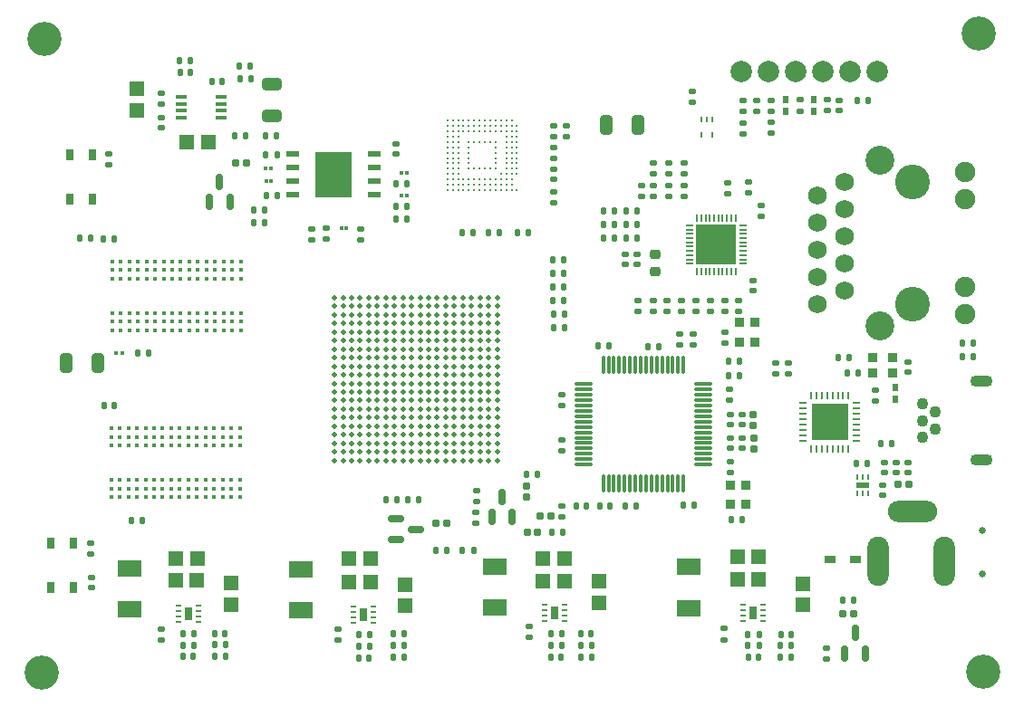
<source format=gbr>
%TF.GenerationSoftware,KiCad,Pcbnew,8.0.6*%
%TF.CreationDate,2025-01-12T20:29:37+06:00*%
%TF.ProjectId,zynq_soc_board_v1,7a796e71-5f73-46f6-935f-626f6172645f,rev?*%
%TF.SameCoordinates,Original*%
%TF.FileFunction,Soldermask,Top*%
%TF.FilePolarity,Negative*%
%FSLAX46Y46*%
G04 Gerber Fmt 4.6, Leading zero omitted, Abs format (unit mm)*
G04 Created by KiCad (PCBNEW 8.0.6) date 2025-01-12 20:29:37*
%MOMM*%
%LPD*%
G01*
G04 APERTURE LIST*
G04 Aperture macros list*
%AMRoundRect*
0 Rectangle with rounded corners*
0 $1 Rounding radius*
0 $2 $3 $4 $5 $6 $7 $8 $9 X,Y pos of 4 corners*
0 Add a 4 corners polygon primitive as box body*
4,1,4,$2,$3,$4,$5,$6,$7,$8,$9,$2,$3,0*
0 Add four circle primitives for the rounded corners*
1,1,$1+$1,$2,$3*
1,1,$1+$1,$4,$5*
1,1,$1+$1,$6,$7*
1,1,$1+$1,$8,$9*
0 Add four rect primitives between the rounded corners*
20,1,$1+$1,$2,$3,$4,$5,0*
20,1,$1+$1,$4,$5,$6,$7,0*
20,1,$1+$1,$6,$7,$8,$9,0*
20,1,$1+$1,$8,$9,$2,$3,0*%
G04 Aperture macros list end*
%ADD10R,2.300000X1.650000*%
%ADD11RoundRect,0.147500X0.172500X-0.147500X0.172500X0.147500X-0.172500X0.147500X-0.172500X-0.147500X0*%
%ADD12RoundRect,0.135000X0.135000X0.185000X-0.135000X0.185000X-0.135000X-0.185000X0.135000X-0.185000X0*%
%ADD13RoundRect,0.135000X-0.135000X-0.185000X0.135000X-0.185000X0.135000X0.185000X-0.135000X0.185000X0*%
%ADD14RoundRect,0.135000X-0.185000X0.135000X-0.185000X-0.135000X0.185000X-0.135000X0.185000X0.135000X0*%
%ADD15RoundRect,0.250000X0.325000X0.650000X-0.325000X0.650000X-0.325000X-0.650000X0.325000X-0.650000X0*%
%ADD16RoundRect,0.140000X0.170000X-0.140000X0.170000X0.140000X-0.170000X0.140000X-0.170000X-0.140000X0*%
%ADD17RoundRect,0.135000X0.185000X-0.135000X0.185000X0.135000X-0.185000X0.135000X-0.185000X-0.135000X0*%
%ADD18RoundRect,0.140000X-0.140000X-0.170000X0.140000X-0.170000X0.140000X0.170000X-0.140000X0.170000X0*%
%ADD19O,0.800000X0.200000*%
%ADD20O,0.200000X0.800000*%
%ADD21R,3.800000X3.800000*%
%ADD22RoundRect,0.150000X0.150000X-0.587500X0.150000X0.587500X-0.150000X0.587500X-0.150000X-0.587500X0*%
%ADD23RoundRect,0.075000X-0.225000X-0.275000X0.225000X-0.275000X0.225000X0.275000X-0.225000X0.275000X0*%
%ADD24RoundRect,0.140000X0.140000X0.170000X-0.140000X0.170000X-0.140000X-0.170000X0.140000X-0.170000X0*%
%ADD25R,0.540000X0.790000*%
%ADD26R,1.350000X1.410000*%
%ADD27C,0.250000*%
%ADD28R,0.650000X1.050000*%
%ADD29R,0.510000X0.280000*%
%ADD30R,0.800000X1.200000*%
%ADD31R,1.200000X0.600000*%
%ADD32R,3.400000X4.300000*%
%ADD33R,1.410000X1.350000*%
%ADD34R,0.280000X0.580000*%
%ADD35RoundRect,0.150000X-0.587500X-0.150000X0.587500X-0.150000X0.587500X0.150000X-0.587500X0.150000X0*%
%ADD36RoundRect,0.075000X-0.275000X0.225000X-0.275000X-0.225000X0.275000X-0.225000X0.275000X0.225000X0*%
%ADD37RoundRect,0.075000X0.225000X0.275000X-0.225000X0.275000X-0.225000X-0.275000X0.225000X-0.275000X0*%
%ADD38R,0.300000X0.320000*%
%ADD39C,3.200000*%
%ADD40R,0.800000X0.280000*%
%ADD41R,0.280000X0.800000*%
%ADD42R,3.400000X3.400000*%
%ADD43R,1.200000X0.500000*%
%ADD44C,0.390000*%
%ADD45RoundRect,0.040000X0.360000X-0.410000X0.360000X0.410000X-0.360000X0.410000X-0.360000X-0.410000X0*%
%ADD46RoundRect,0.140000X-0.170000X0.140000X-0.170000X-0.140000X0.170000X-0.140000X0.170000X0.140000X0*%
%ADD47O,1.100000X0.400000*%
%ADD48C,2.000000*%
%ADD49RoundRect,0.040000X0.410000X0.360000X-0.410000X0.360000X-0.410000X-0.360000X0.410000X-0.360000X0*%
%ADD50C,3.250000*%
%ADD51C,1.750000*%
%ADD52C,1.900000*%
%ADD53C,2.700000*%
%ADD54C,1.100000*%
%ADD55O,2.100000X1.100000*%
%ADD56RoundRect,0.250000X0.650000X-0.325000X0.650000X0.325000X-0.650000X0.325000X-0.650000X-0.325000X0*%
%ADD57O,2.000000X4.600000*%
%ADD58O,4.600000X2.000000*%
%ADD59R,1.000000X0.750000*%
%ADD60RoundRect,0.250000X-0.325000X-0.650000X0.325000X-0.650000X0.325000X0.650000X-0.325000X0.650000X0*%
%ADD61RoundRect,0.218750X0.256250X-0.218750X0.256250X0.218750X-0.256250X0.218750X-0.256250X-0.218750X0*%
%ADD62R,0.370000X0.320000*%
%ADD63C,0.500000*%
%ADD64O,1.800000X0.280000*%
%ADD65O,0.280000X1.800000*%
%ADD66C,0.650000*%
G04 APERTURE END LIST*
D10*
%TO.C,L100*%
X140510000Y-115140000D03*
X140510000Y-111280000D03*
%TD*%
D11*
%TO.C,D303*%
X190780000Y-68410000D03*
X190780000Y-67440000D03*
%TD*%
D12*
%TO.C,R406*%
X165050000Y-84870000D03*
X164030000Y-84870000D03*
%TD*%
D13*
%TO.C,R900*%
X190670000Y-91490000D03*
X191690000Y-91490000D03*
%TD*%
D12*
%TO.C,R904*%
X195680000Y-99560000D03*
X194660000Y-99560000D03*
%TD*%
D10*
%TO.C,L101*%
X158610000Y-114890000D03*
X158610000Y-111030000D03*
%TD*%
D14*
%TO.C,R300*%
X184440000Y-69500000D03*
X184440000Y-70520000D03*
%TD*%
D13*
%TO.C,R124*%
X191130000Y-114150000D03*
X192150000Y-114150000D03*
%TD*%
D14*
%TO.C,R813*%
X172010000Y-86180000D03*
X172010000Y-87200000D03*
%TD*%
D13*
%TO.C,R806*%
X168730000Y-80280000D03*
X169750000Y-80280000D03*
%TD*%
D14*
%TO.C,R902*%
X194120000Y-94550000D03*
X194120000Y-95570000D03*
%TD*%
D15*
%TO.C,C230*%
X121500000Y-92000000D03*
X118550000Y-92000000D03*
%TD*%
D16*
%TO.C,C304*%
X180570000Y-97770000D03*
X180570000Y-96810000D03*
%TD*%
D17*
%TO.C,R808*%
X173440000Y-76420000D03*
X173440000Y-75400000D03*
%TD*%
%TO.C,R306*%
X187150000Y-68425000D03*
X187150000Y-67405000D03*
%TD*%
%TO.C,R810*%
X176300000Y-76450000D03*
X176300000Y-75430000D03*
%TD*%
D18*
%TO.C,C115*%
X132450000Y-117320000D03*
X133410000Y-117320000D03*
%TD*%
D19*
%TO.C,U800*%
X181790000Y-82720000D03*
X181790000Y-82320000D03*
X181790000Y-81920000D03*
X181790000Y-81520000D03*
X181790000Y-81120000D03*
X181790000Y-80720000D03*
X181790000Y-80320000D03*
X181790000Y-79920000D03*
X181790000Y-79520000D03*
X181790000Y-79120000D03*
D20*
X181090000Y-78420000D03*
X180690000Y-78420000D03*
X180290000Y-78420000D03*
X179890000Y-78420000D03*
X179490000Y-78420000D03*
X179090000Y-78420000D03*
X178690000Y-78420000D03*
X178290000Y-78420000D03*
X177890000Y-78420000D03*
X177490000Y-78420000D03*
D19*
X176790000Y-79120000D03*
X176790000Y-79520000D03*
X176790000Y-79920000D03*
X176790000Y-80320000D03*
X176790000Y-80720000D03*
X176790000Y-81120000D03*
X176790000Y-81520000D03*
X176790000Y-81920000D03*
X176790000Y-82320000D03*
X176790000Y-82720000D03*
D20*
X177490000Y-83420000D03*
X177890000Y-83420000D03*
X178290000Y-83420000D03*
X178690000Y-83420000D03*
X179090000Y-83420000D03*
X179490000Y-83420000D03*
X179890000Y-83420000D03*
X180290000Y-83420000D03*
X180690000Y-83420000D03*
X181090000Y-83420000D03*
D21*
X179290000Y-80920000D03*
%TD*%
D12*
%TO.C,R811*%
X171900000Y-79080000D03*
X170880000Y-79080000D03*
%TD*%
D22*
%TO.C,Q500*%
X158320000Y-106390000D03*
X160220000Y-106390000D03*
X159270000Y-104515000D03*
%TD*%
D18*
%TO.C,C116*%
X129470000Y-119470000D03*
X130430000Y-119470000D03*
%TD*%
D23*
%TO.C,D300*%
X153130000Y-107020000D03*
X154130000Y-107020000D03*
%TD*%
D18*
%TO.C,C125*%
X129200000Y-64800000D03*
X130160000Y-64800000D03*
%TD*%
D14*
%TO.C,R816*%
X178740000Y-86140000D03*
X178740000Y-87160000D03*
%TD*%
D16*
%TO.C,C808*%
X183470000Y-78260000D03*
X183470000Y-77300000D03*
%TD*%
D13*
%TO.C,R118*%
X185290000Y-119510000D03*
X186310000Y-119510000D03*
%TD*%
D14*
%TO.C,R336*%
X164830000Y-105350000D03*
X164830000Y-106370000D03*
%TD*%
D24*
%TO.C,C702*%
X123020000Y-80370000D03*
X122060000Y-80370000D03*
%TD*%
D12*
%TO.C,R106*%
X146900000Y-118520000D03*
X145880000Y-118520000D03*
%TD*%
D24*
%TO.C,C310*%
X173890000Y-90450000D03*
X172930000Y-90450000D03*
%TD*%
D17*
%TO.C,R425*%
X164140000Y-70800000D03*
X164140000Y-69780000D03*
%TD*%
D16*
%TO.C,C905*%
X196090000Y-102240000D03*
X196090000Y-101280000D03*
%TD*%
D25*
%TO.C,D301*%
X185740000Y-68480000D03*
X185740000Y-67380000D03*
%TD*%
D26*
%TO.C,C114*%
X133950000Y-114590000D03*
X133950000Y-112590000D03*
%TD*%
D14*
%TO.C,R817*%
X177410000Y-86150000D03*
X177410000Y-87170000D03*
%TD*%
%TO.C,R426*%
X165320000Y-69780000D03*
X165320000Y-70800000D03*
%TD*%
D12*
%TO.C,R807*%
X171930000Y-77810000D03*
X170910000Y-77810000D03*
%TD*%
D27*
%TO.C,U403*%
X160670000Y-75830000D03*
X160170000Y-75830000D03*
X159670000Y-75830000D03*
X159170000Y-75830000D03*
X158670000Y-75830000D03*
X158170000Y-75830000D03*
X157670000Y-75830000D03*
X157170000Y-75830000D03*
X156670000Y-75830000D03*
X156170000Y-75830000D03*
X155670000Y-75830000D03*
X155170000Y-75830000D03*
X154670000Y-75830000D03*
X154170000Y-75830000D03*
X160170000Y-75330000D03*
X159670000Y-75330000D03*
X159170000Y-75330000D03*
X158670000Y-75330000D03*
X158170000Y-75330000D03*
X157670000Y-75330000D03*
X157170000Y-75330000D03*
X156670000Y-75330000D03*
X156170000Y-75330000D03*
X155670000Y-75330000D03*
X155170000Y-75330000D03*
X154670000Y-75330000D03*
X154170000Y-75330000D03*
X160170000Y-74830000D03*
X159670000Y-74830000D03*
X159170000Y-74830000D03*
X158670000Y-74830000D03*
X158170000Y-74830000D03*
X157670000Y-74830000D03*
X157170000Y-74830000D03*
X156670000Y-74830000D03*
X156170000Y-74830000D03*
X155670000Y-74830000D03*
X155170000Y-74830000D03*
X154670000Y-74830000D03*
X154170000Y-74830000D03*
X160670000Y-74330000D03*
X160170000Y-74330000D03*
X159670000Y-74330000D03*
X159170000Y-74330000D03*
X155170000Y-74330000D03*
X154670000Y-74330000D03*
X154170000Y-74330000D03*
X160670000Y-73830000D03*
X160170000Y-73830000D03*
X159670000Y-73830000D03*
X158670000Y-73830000D03*
X158170000Y-73830000D03*
X157670000Y-73830000D03*
X157170000Y-73830000D03*
X156670000Y-73830000D03*
X156170000Y-73830000D03*
X155170000Y-73830000D03*
X154670000Y-73830000D03*
X154170000Y-73830000D03*
X160670000Y-73330000D03*
X160170000Y-73330000D03*
X159670000Y-73330000D03*
X158670000Y-73330000D03*
X156170000Y-73330000D03*
X155170000Y-73330000D03*
X154670000Y-73330000D03*
X154170000Y-73330000D03*
X160670000Y-72830000D03*
X160170000Y-72830000D03*
X159670000Y-72830000D03*
X158670000Y-72830000D03*
X156170000Y-72830000D03*
X155170000Y-72830000D03*
X154670000Y-72830000D03*
X154170000Y-72830000D03*
X160670000Y-72330000D03*
X160170000Y-72330000D03*
X159670000Y-72330000D03*
X158670000Y-72330000D03*
X156170000Y-72330000D03*
X155170000Y-72330000D03*
X154670000Y-72330000D03*
X154170000Y-72330000D03*
X160670000Y-71830000D03*
X160170000Y-71830000D03*
X159670000Y-71830000D03*
X158670000Y-71830000D03*
X156170000Y-71830000D03*
X155170000Y-71830000D03*
X154670000Y-71830000D03*
X154170000Y-71830000D03*
X160670000Y-71330000D03*
X160170000Y-71330000D03*
X159670000Y-71330000D03*
X158670000Y-71330000D03*
X158170000Y-71330000D03*
X157670000Y-71330000D03*
X157170000Y-71330000D03*
X156670000Y-71330000D03*
X156170000Y-71330000D03*
X155170000Y-71330000D03*
X154670000Y-71330000D03*
X154170000Y-71330000D03*
X160670000Y-70830000D03*
X160170000Y-70830000D03*
X159670000Y-70830000D03*
X155170000Y-70830000D03*
X154670000Y-70830000D03*
X154170000Y-70830000D03*
X160670000Y-70330000D03*
X160170000Y-70330000D03*
X159670000Y-70330000D03*
X159170000Y-70330000D03*
X158670000Y-70330000D03*
X158170000Y-70330000D03*
X157670000Y-70330000D03*
X157170000Y-70330000D03*
X156670000Y-70330000D03*
X156170000Y-70330000D03*
X155670000Y-70330000D03*
X155170000Y-70330000D03*
X154670000Y-70330000D03*
X154170000Y-70330000D03*
X160670000Y-69830000D03*
X160170000Y-69830000D03*
X159670000Y-69830000D03*
X159170000Y-69830000D03*
X158670000Y-69830000D03*
X158170000Y-69830000D03*
X157670000Y-69830000D03*
X157170000Y-69830000D03*
X156670000Y-69830000D03*
X156170000Y-69830000D03*
X155670000Y-69830000D03*
X155170000Y-69830000D03*
X154670000Y-69830000D03*
X154170000Y-69830000D03*
X160170000Y-69330000D03*
X159670000Y-69330000D03*
X159170000Y-69330000D03*
X158670000Y-69330000D03*
X158170000Y-69330000D03*
X157670000Y-69330000D03*
X157170000Y-69330000D03*
X156670000Y-69330000D03*
X156170000Y-69330000D03*
X155670000Y-69330000D03*
X155170000Y-69330000D03*
X154670000Y-69330000D03*
X154170000Y-69330000D03*
%TD*%
D28*
%TO.C,SW400*%
X119240000Y-108835000D03*
X119240000Y-112985000D03*
X117090000Y-108835000D03*
X117090000Y-112985000D03*
%TD*%
D12*
%TO.C,R127*%
X130170000Y-63730000D03*
X129150000Y-63730000D03*
%TD*%
D29*
%TO.C,U102*%
X165140000Y-116110000D03*
X165140000Y-115610000D03*
X165140000Y-115110000D03*
X165140000Y-114610000D03*
X163280000Y-114610000D03*
X163280000Y-115110000D03*
X163280000Y-115610000D03*
X163280000Y-116110000D03*
D30*
X164210000Y-115360000D03*
%TD*%
D31*
%TO.C,U402*%
X139700000Y-72460000D03*
X139700000Y-73730000D03*
X139700000Y-75000000D03*
X139700000Y-76270000D03*
X147300000Y-76270000D03*
X147300000Y-75000000D03*
X147300000Y-73730000D03*
X147300000Y-72460000D03*
D32*
X143500000Y-74370000D03*
%TD*%
D12*
%TO.C,R317*%
X150370000Y-78570000D03*
X149350000Y-78570000D03*
%TD*%
D13*
%TO.C,R503*%
X161600000Y-102430000D03*
X162620000Y-102430000D03*
%TD*%
D24*
%TO.C,C300*%
X193440000Y-67410000D03*
X192480000Y-67410000D03*
%TD*%
D16*
%TO.C,C126*%
X127400000Y-67750000D03*
X127400000Y-66790000D03*
%TD*%
%TO.C,C906*%
X197230000Y-102250000D03*
X197230000Y-101290000D03*
%TD*%
D33*
%TO.C,C122*%
X181270000Y-112240000D03*
X183270000Y-112240000D03*
%TD*%
D17*
%TO.C,R123*%
X189600000Y-119710000D03*
X189600000Y-118690000D03*
%TD*%
D12*
%TO.C,R823*%
X203300000Y-91370000D03*
X202280000Y-91370000D03*
%TD*%
D34*
%TO.C,U401*%
X178887500Y-69255000D03*
X178387500Y-69255000D03*
X177887500Y-69255000D03*
X177887500Y-70695000D03*
X178887500Y-70695000D03*
%TD*%
D12*
%TO.C,R114*%
X133450000Y-118350000D03*
X132430000Y-118350000D03*
%TD*%
D14*
%TO.C,R332*%
X175900000Y-89300000D03*
X175900000Y-90320000D03*
%TD*%
%TO.C,R322*%
X186050000Y-91990000D03*
X186050000Y-93010000D03*
%TD*%
D17*
%TO.C,R804*%
X176300000Y-74290000D03*
X176300000Y-73270000D03*
%TD*%
D12*
%TO.C,R126*%
X135800000Y-65420000D03*
X134780000Y-65420000D03*
%TD*%
D35*
%TO.C,Q300*%
X149345000Y-106600000D03*
X149345000Y-108500000D03*
X151220000Y-107550000D03*
%TD*%
D14*
%TO.C,R320*%
X142830000Y-79420000D03*
X142830000Y-80440000D03*
%TD*%
D16*
%TO.C,C306*%
X180580000Y-99990000D03*
X180580000Y-99030000D03*
%TD*%
D17*
%TO.C,R501*%
X156880000Y-104960000D03*
X156880000Y-103940000D03*
%TD*%
%TO.C,R416*%
X177080000Y-67590000D03*
X177080000Y-66570000D03*
%TD*%
D33*
%TO.C,C117*%
X128800000Y-110280000D03*
X130800000Y-110280000D03*
%TD*%
D18*
%TO.C,C318*%
X180730000Y-106640000D03*
X181690000Y-106640000D03*
%TD*%
D29*
%TO.C,U104*%
X183640000Y-116130000D03*
X183640000Y-115630000D03*
X183640000Y-115130000D03*
X183640000Y-114630000D03*
X181780000Y-114630000D03*
X181780000Y-115130000D03*
X181780000Y-115630000D03*
X181780000Y-116130000D03*
D30*
X182710000Y-115380000D03*
%TD*%
D14*
%TO.C,R338*%
X180590000Y-101240000D03*
X180590000Y-102260000D03*
%TD*%
D13*
%TO.C,R337*%
X163930000Y-107870000D03*
X164950000Y-107870000D03*
%TD*%
D17*
%TO.C,R814*%
X180350000Y-76210000D03*
X180350000Y-75190000D03*
%TD*%
D14*
%TO.C,R402*%
X120870000Y-108810000D03*
X120870000Y-109830000D03*
%TD*%
D36*
%TO.C,FB301*%
X182750000Y-96810000D03*
X182750000Y-97810000D03*
%TD*%
D17*
%TO.C,R115*%
X127470000Y-117890000D03*
X127470000Y-116870000D03*
%TD*%
D37*
%TO.C,D400*%
X135360000Y-73300000D03*
X134360000Y-73300000D03*
%TD*%
D13*
%TO.C,R309*%
X153100000Y-109560000D03*
X154120000Y-109560000D03*
%TD*%
%TO.C,R302*%
X150470000Y-104800000D03*
X151490000Y-104800000D03*
%TD*%
%TO.C,R112*%
X163820000Y-117350000D03*
X164840000Y-117350000D03*
%TD*%
D16*
%TO.C,C305*%
X181730000Y-100000000D03*
X181730000Y-99040000D03*
%TD*%
D17*
%TO.C,R305*%
X184420000Y-68440000D03*
X184420000Y-67420000D03*
%TD*%
%TO.C,R105*%
X143980000Y-117880000D03*
X143980000Y-116860000D03*
%TD*%
D33*
%TO.C,C127*%
X129840000Y-71380000D03*
X131840000Y-71380000D03*
%TD*%
D38*
%TO.C,R319*%
X144270000Y-79410000D03*
X144750000Y-79410000D03*
%TD*%
D13*
%TO.C,R701*%
X124680000Y-106700000D03*
X125700000Y-106700000D03*
%TD*%
D39*
%TO.C,H3*%
X116250000Y-121000000D03*
%TD*%
D29*
%TO.C,U101*%
X147270000Y-116290000D03*
X147270000Y-115790000D03*
X147270000Y-115290000D03*
X147270000Y-114790000D03*
X145410000Y-114790000D03*
X145410000Y-115290000D03*
X145410000Y-115790000D03*
X145410000Y-116290000D03*
D30*
X146340000Y-115540000D03*
%TD*%
D39*
%TO.C,H1*%
X203800000Y-61200000D03*
%TD*%
%TO.C,H4*%
X204200000Y-120900000D03*
%TD*%
D40*
%TO.C,U900*%
X187400000Y-95760000D03*
X187400000Y-96260000D03*
X187400000Y-96760000D03*
X187400000Y-97260000D03*
X187400000Y-97760000D03*
X187400000Y-98260000D03*
X187400000Y-98760000D03*
X187400000Y-99260000D03*
D41*
X188150000Y-100010000D03*
X188650000Y-100010000D03*
X189150000Y-100010000D03*
X189650000Y-100010000D03*
X190150000Y-100010000D03*
X190650000Y-100010000D03*
X191150000Y-100010000D03*
X191650000Y-100010000D03*
D40*
X192400000Y-99260000D03*
X192400000Y-98760000D03*
X192400000Y-98260000D03*
X192400000Y-97760000D03*
X192400000Y-97260000D03*
X192400000Y-96760000D03*
X192400000Y-96260000D03*
X192400000Y-95760000D03*
D41*
X191650000Y-95010000D03*
X191150000Y-95010000D03*
X190650000Y-95010000D03*
X190150000Y-95010000D03*
X189650000Y-95010000D03*
X189150000Y-95010000D03*
X188650000Y-95010000D03*
X188150000Y-95010000D03*
D42*
X189900000Y-97510000D03*
%TD*%
D33*
%TO.C,C107*%
X144980000Y-110310000D03*
X146980000Y-110310000D03*
%TD*%
D13*
%TO.C,R625*%
X119840000Y-80340000D03*
X120860000Y-80340000D03*
%TD*%
D24*
%TO.C,C724*%
X123060000Y-96000000D03*
X122100000Y-96000000D03*
%TD*%
D34*
%TO.C,U901*%
X193460000Y-102640000D03*
X192960000Y-102640000D03*
X192460000Y-102640000D03*
X192460000Y-104180000D03*
X192960000Y-104180000D03*
X193460000Y-104180000D03*
D43*
X192960000Y-103410000D03*
%TD*%
D16*
%TO.C,C907*%
X194820000Y-104360000D03*
X194820000Y-103400000D03*
%TD*%
D14*
%TO.C,R815*%
X180070000Y-86130000D03*
X180070000Y-87150000D03*
%TD*%
D44*
%TO.C,U701*%
X134765900Y-98130000D03*
X134765900Y-98930000D03*
X134765900Y-99730000D03*
X134765900Y-102930000D03*
X134765900Y-103730000D03*
X134765900Y-104530000D03*
X133965900Y-98130000D03*
X133965900Y-98930000D03*
X133965900Y-99730000D03*
X133965900Y-102930000D03*
X133965900Y-103730000D03*
X133965900Y-104530000D03*
X133165900Y-98130000D03*
X133165900Y-98930000D03*
X133165900Y-99730000D03*
X133165900Y-102930000D03*
X133165900Y-103730000D03*
X133165900Y-104530000D03*
X132365900Y-98130000D03*
X132365900Y-98930000D03*
X132365900Y-99730000D03*
X132365900Y-102930000D03*
X132365900Y-103730000D03*
X132365900Y-104530000D03*
X131565900Y-98130000D03*
X131565900Y-98930000D03*
X131565900Y-99730000D03*
X131565900Y-102930000D03*
X131565900Y-103730000D03*
X131565900Y-104530000D03*
X130765900Y-98130000D03*
X130765900Y-98930000D03*
X130765900Y-99730000D03*
X130765900Y-102930000D03*
X130765900Y-103730000D03*
X130765900Y-104530000D03*
X129965900Y-98130000D03*
X129965900Y-98930000D03*
X129965900Y-99730000D03*
X129965900Y-102930000D03*
X129965900Y-103730000D03*
X129965900Y-104530000D03*
X129165900Y-98130000D03*
X129165900Y-98930000D03*
X129165900Y-99730000D03*
X129165900Y-102930000D03*
X129165900Y-103730000D03*
X129165900Y-104530000D03*
X128365900Y-98130000D03*
X128365900Y-98930000D03*
X128365900Y-99730000D03*
X128365900Y-102930000D03*
X128365900Y-103730000D03*
X128365900Y-104530000D03*
X127565900Y-98130000D03*
X127565900Y-98930000D03*
X127565900Y-99730000D03*
X127565900Y-102930000D03*
X127565900Y-103730000D03*
X127565900Y-104530000D03*
X126765900Y-98130000D03*
X126765900Y-98930000D03*
X126765900Y-99730000D03*
X126765900Y-102930000D03*
X126765900Y-103730000D03*
X126765900Y-104530000D03*
X125965900Y-98130000D03*
X125965900Y-98930000D03*
X125965900Y-99730000D03*
X125965900Y-102930000D03*
X125965900Y-103730000D03*
X125965900Y-104530000D03*
X125165900Y-98130000D03*
X125165900Y-98930000D03*
X125165900Y-99730000D03*
X125165900Y-102930000D03*
X125165900Y-103730000D03*
X125165900Y-104530000D03*
X124365900Y-98130000D03*
X124365900Y-98930000D03*
X124365900Y-99730000D03*
X124365900Y-102930000D03*
X124365900Y-103730000D03*
X124365900Y-104530000D03*
X123565900Y-98130000D03*
X123565900Y-98930000D03*
X123565900Y-99730000D03*
X123565900Y-102930000D03*
X123565900Y-103730000D03*
X123565900Y-104530000D03*
X122765900Y-98130000D03*
X122765900Y-98930000D03*
X122765900Y-99730000D03*
X122765900Y-102930000D03*
X122765900Y-103730000D03*
X122765900Y-104530000D03*
%TD*%
D12*
%TO.C,R315*%
X138260000Y-76330000D03*
X137240000Y-76330000D03*
%TD*%
%TO.C,R408*%
X165070000Y-83600000D03*
X164050000Y-83600000D03*
%TD*%
D36*
%TO.C,FB302*%
X182780000Y-99020000D03*
X182780000Y-100020000D03*
%TD*%
D18*
%TO.C,C111*%
X163860000Y-119530000D03*
X164820000Y-119530000D03*
%TD*%
D12*
%TO.C,R330*%
X181430000Y-91810000D03*
X180410000Y-91810000D03*
%TD*%
D16*
%TO.C,C900*%
X197230000Y-92850000D03*
X197230000Y-91890000D03*
%TD*%
D45*
%TO.C,X800*%
X182875000Y-90055000D03*
X182875000Y-88205000D03*
X181425000Y-88205000D03*
X181425000Y-90055000D03*
%TD*%
D46*
%TO.C,C312*%
X164880000Y-99220000D03*
X164880000Y-100180000D03*
%TD*%
D47*
%TO.C,U105*%
X133070000Y-69055000D03*
X133070000Y-68405000D03*
X133070000Y-67755000D03*
X133070000Y-67105000D03*
X129270000Y-67105000D03*
X129270000Y-67755000D03*
X129270000Y-68415000D03*
X129270000Y-69065000D03*
%TD*%
D17*
%TO.C,R820*%
X176070000Y-87170000D03*
X176070000Y-86150000D03*
%TD*%
D18*
%TO.C,C314*%
X168400000Y-105340000D03*
X169360000Y-105340000D03*
%TD*%
D24*
%TO.C,C307*%
X167150000Y-105350000D03*
X166190000Y-105350000D03*
%TD*%
D17*
%TO.C,R110*%
X161850000Y-117640000D03*
X161850000Y-116620000D03*
%TD*%
D33*
%TO.C,C123*%
X181270000Y-110160000D03*
X183270000Y-110160000D03*
%TD*%
D23*
%TO.C,D101*%
X191110000Y-115490000D03*
X192110000Y-115490000D03*
%TD*%
D13*
%TO.C,R122*%
X182260000Y-117390000D03*
X183280000Y-117390000D03*
%TD*%
D16*
%TO.C,C401*%
X120920000Y-113000000D03*
X120920000Y-112040000D03*
%TD*%
D18*
%TO.C,C121*%
X182290000Y-119510000D03*
X183250000Y-119510000D03*
%TD*%
D17*
%TO.C,R301*%
X181760000Y-70590000D03*
X181760000Y-69570000D03*
%TD*%
D13*
%TO.C,R103*%
X149100000Y-119560000D03*
X150120000Y-119560000D03*
%TD*%
D10*
%TO.C,L103*%
X176730000Y-114950000D03*
X176730000Y-111090000D03*
%TD*%
D12*
%TO.C,R125*%
X135780000Y-64250000D03*
X134760000Y-64250000D03*
%TD*%
D17*
%TO.C,R323*%
X184880000Y-93010000D03*
X184880000Y-91990000D03*
%TD*%
D18*
%TO.C,C106*%
X145910000Y-119600000D03*
X146870000Y-119600000D03*
%TD*%
D12*
%TO.C,R116*%
X130480000Y-118410000D03*
X129460000Y-118410000D03*
%TD*%
D38*
%TO.C,R312*%
X137220000Y-73780000D03*
X137700000Y-73780000D03*
%TD*%
D13*
%TO.C,R901*%
X191560000Y-92920000D03*
X192580000Y-92920000D03*
%TD*%
D12*
%TO.C,R409*%
X165070000Y-86150000D03*
X164050000Y-86150000D03*
%TD*%
%TO.C,R119*%
X186320000Y-118430000D03*
X185300000Y-118430000D03*
%TD*%
D17*
%TO.C,R809*%
X174880000Y-76420000D03*
X174880000Y-75400000D03*
%TD*%
D12*
%TO.C,R121*%
X183280000Y-118440000D03*
X182260000Y-118440000D03*
%TD*%
D48*
%TO.C,J300*%
X181600000Y-64740000D03*
X184140000Y-64740000D03*
X186680000Y-64740000D03*
X189220000Y-64740000D03*
X191760000Y-64740000D03*
X194300000Y-64740000D03*
%TD*%
D16*
%TO.C,C412*%
X164110000Y-74830000D03*
X164110000Y-73870000D03*
%TD*%
D14*
%TO.C,R419*%
X146060000Y-79490000D03*
X146060000Y-80510000D03*
%TD*%
D13*
%TO.C,R422*%
X158020000Y-79810000D03*
X159040000Y-79810000D03*
%TD*%
%TO.C,R418*%
X137170000Y-70730000D03*
X138190000Y-70730000D03*
%TD*%
D14*
%TO.C,R331*%
X177120000Y-89280000D03*
X177120000Y-90300000D03*
%TD*%
D10*
%TO.C,L102*%
X124450000Y-115050000D03*
X124450000Y-111190000D03*
%TD*%
D13*
%TO.C,R107*%
X145900000Y-117420000D03*
X146920000Y-117420000D03*
%TD*%
%TO.C,R805*%
X168720000Y-79080000D03*
X169740000Y-79080000D03*
%TD*%
D12*
%TO.C,R411*%
X165160000Y-88740000D03*
X164140000Y-88740000D03*
%TD*%
D33*
%TO.C,C112*%
X163100000Y-112430000D03*
X165100000Y-112430000D03*
%TD*%
D49*
%TO.C,X900*%
X195750000Y-91460000D03*
X193900000Y-91460000D03*
X193900000Y-92910000D03*
X195750000Y-92910000D03*
%TD*%
D50*
%TO.C,J800*%
X197650000Y-75065000D03*
X197650000Y-86495000D03*
D51*
X188760000Y-86500000D03*
X191300000Y-85230000D03*
X188760000Y-83960000D03*
X191300000Y-82690000D03*
X188760000Y-81420000D03*
X191300000Y-80150000D03*
X188760000Y-78880000D03*
X191300000Y-77610000D03*
X188760000Y-76340000D03*
X191300000Y-75070000D03*
D52*
X202550000Y-87405000D03*
X202550000Y-84865000D03*
X202550000Y-76695000D03*
X202550000Y-74155000D03*
D53*
X194600000Y-73035000D03*
X194600000Y-88525000D03*
%TD*%
D13*
%TO.C,R700*%
X125260000Y-91060000D03*
X126280000Y-91060000D03*
%TD*%
D17*
%TO.C,R120*%
X180030000Y-117870000D03*
X180030000Y-116850000D03*
%TD*%
D18*
%TO.C,C120*%
X185320000Y-117380000D03*
X186280000Y-117380000D03*
%TD*%
D46*
%TO.C,C807*%
X182710000Y-84300000D03*
X182710000Y-85260000D03*
%TD*%
D12*
%TO.C,R800*%
X169800000Y-77810000D03*
X168780000Y-77810000D03*
%TD*%
D25*
%TO.C,D302*%
X188360000Y-68500000D03*
X188360000Y-67400000D03*
%TD*%
D24*
%TO.C,C129*%
X133150000Y-65680000D03*
X132190000Y-65680000D03*
%TD*%
D54*
%TO.C,J900*%
X198550000Y-98980000D03*
X199750000Y-98180000D03*
X198550000Y-97380000D03*
X199750000Y-96580000D03*
X198550000Y-95780000D03*
D55*
X204050000Y-101030000D03*
X204050000Y-93730000D03*
%TD*%
D12*
%TO.C,R313*%
X138240000Y-72490000D03*
X137220000Y-72490000D03*
%TD*%
%TO.C,R421*%
X161760000Y-79840000D03*
X160740000Y-79840000D03*
%TD*%
D45*
%TO.C,X300*%
X182020000Y-105240000D03*
X182020000Y-103390000D03*
X180570000Y-103390000D03*
X180570000Y-105240000D03*
%TD*%
D56*
%TO.C,C209*%
X137810000Y-68870000D03*
X137810000Y-65920000D03*
%TD*%
D23*
%TO.C,D308*%
X161610000Y-107830000D03*
X162610000Y-107830000D03*
%TD*%
D18*
%TO.C,C308*%
X176230000Y-105320000D03*
X177190000Y-105320000D03*
%TD*%
D14*
%TO.C,R821*%
X181400000Y-86130000D03*
X181400000Y-87150000D03*
%TD*%
D12*
%TO.C,R109*%
X167620000Y-118420000D03*
X166600000Y-118420000D03*
%TD*%
D17*
%TO.C,R428*%
X164140000Y-72830000D03*
X164140000Y-71810000D03*
%TD*%
D11*
%TO.C,D304*%
X183040000Y-68430000D03*
X183040000Y-67460000D03*
%TD*%
D17*
%TO.C,R307*%
X189640000Y-68415000D03*
X189640000Y-67395000D03*
%TD*%
D33*
%TO.C,C108*%
X144960000Y-112470000D03*
X146960000Y-112470000D03*
%TD*%
D14*
%TO.C,R801*%
X172300000Y-75410000D03*
X172300000Y-76430000D03*
%TD*%
D16*
%TO.C,C309*%
X180530000Y-95450000D03*
X180530000Y-94490000D03*
%TD*%
D44*
%TO.C,U700*%
X134860000Y-82520000D03*
X134860000Y-83320000D03*
X134860000Y-84120000D03*
X134860000Y-87320000D03*
X134860000Y-88120000D03*
X134860000Y-88920000D03*
X134060000Y-82520000D03*
X134060000Y-83320000D03*
X134060000Y-84120000D03*
X134060000Y-87320000D03*
X134060000Y-88120000D03*
X134060000Y-88920000D03*
X133260000Y-82520000D03*
X133260000Y-83320000D03*
X133260000Y-84120000D03*
X133260000Y-87320000D03*
X133260000Y-88120000D03*
X133260000Y-88920000D03*
X132460000Y-82520000D03*
X132460000Y-83320000D03*
X132460000Y-84120000D03*
X132460000Y-87320000D03*
X132460000Y-88120000D03*
X132460000Y-88920000D03*
X131660000Y-82520000D03*
X131660000Y-83320000D03*
X131660000Y-84120000D03*
X131660000Y-87320000D03*
X131660000Y-88120000D03*
X131660000Y-88920000D03*
X130860000Y-82520000D03*
X130860000Y-83320000D03*
X130860000Y-84120000D03*
X130860000Y-87320000D03*
X130860000Y-88120000D03*
X130860000Y-88920000D03*
X130060000Y-82520000D03*
X130060000Y-83320000D03*
X130060000Y-84120000D03*
X130060000Y-87320000D03*
X130060000Y-88120000D03*
X130060000Y-88920000D03*
X129260000Y-82520000D03*
X129260000Y-83320000D03*
X129260000Y-84120000D03*
X129260000Y-87320000D03*
X129260000Y-88120000D03*
X129260000Y-88920000D03*
X128460000Y-82520000D03*
X128460000Y-83320000D03*
X128460000Y-84120000D03*
X128460000Y-87320000D03*
X128460000Y-88120000D03*
X128460000Y-88920000D03*
X127660000Y-82520000D03*
X127660000Y-83320000D03*
X127660000Y-84120000D03*
X127660000Y-87320000D03*
X127660000Y-88120000D03*
X127660000Y-88920000D03*
X126860000Y-82520000D03*
X126860000Y-83320000D03*
X126860000Y-84120000D03*
X126860000Y-87320000D03*
X126860000Y-88120000D03*
X126860000Y-88920000D03*
X126060000Y-82520000D03*
X126060000Y-83320000D03*
X126060000Y-84120000D03*
X126060000Y-87320000D03*
X126060000Y-88120000D03*
X126060000Y-88920000D03*
X125260000Y-82520000D03*
X125260000Y-83320000D03*
X125260000Y-84120000D03*
X125260000Y-87320000D03*
X125260000Y-88120000D03*
X125260000Y-88920000D03*
X124460000Y-82520000D03*
X124460000Y-83320000D03*
X124460000Y-84120000D03*
X124460000Y-87320000D03*
X124460000Y-88120000D03*
X124460000Y-88920000D03*
X123660000Y-82520000D03*
X123660000Y-83320000D03*
X123660000Y-84120000D03*
X123660000Y-87320000D03*
X123660000Y-88120000D03*
X123660000Y-88920000D03*
X122860000Y-82520000D03*
X122860000Y-83320000D03*
X122860000Y-84120000D03*
X122860000Y-87320000D03*
X122860000Y-88120000D03*
X122860000Y-88920000D03*
%TD*%
D12*
%TO.C,R407*%
X165150000Y-87420000D03*
X164130000Y-87420000D03*
%TD*%
D24*
%TO.C,C313*%
X171770000Y-105360000D03*
X170810000Y-105360000D03*
%TD*%
D17*
%TO.C,R818*%
X173380000Y-87190000D03*
X173380000Y-86170000D03*
%TD*%
D16*
%TO.C,C315*%
X164860000Y-95960000D03*
X164860000Y-95000000D03*
%TD*%
D26*
%TO.C,C124*%
X125150000Y-68370000D03*
X125150000Y-66370000D03*
%TD*%
D46*
%TO.C,C128*%
X127400000Y-69060000D03*
X127400000Y-70020000D03*
%TD*%
D13*
%TO.C,R113*%
X132430000Y-119410000D03*
X133450000Y-119410000D03*
%TD*%
D16*
%TO.C,C404*%
X149350000Y-72480000D03*
X149350000Y-71520000D03*
%TD*%
D33*
%TO.C,C113*%
X163100000Y-110280000D03*
X165100000Y-110280000D03*
%TD*%
D12*
%TO.C,R111*%
X164860000Y-118460000D03*
X163840000Y-118460000D03*
%TD*%
D22*
%TO.C,Q100*%
X191320000Y-119150000D03*
X193220000Y-119150000D03*
X192270000Y-117275000D03*
%TD*%
D14*
%TO.C,R424*%
X164080000Y-75980000D03*
X164080000Y-77000000D03*
%TD*%
D39*
%TO.C,H2*%
X116560000Y-61680000D03*
%TD*%
D23*
%TO.C,FB900*%
X196260000Y-103370000D03*
X197260000Y-103370000D03*
%TD*%
D16*
%TO.C,C303*%
X181710000Y-97800000D03*
X181710000Y-96840000D03*
%TD*%
D12*
%TO.C,R822*%
X203270000Y-90180000D03*
X202250000Y-90180000D03*
%TD*%
D28*
%TO.C,SW300*%
X118855000Y-76655000D03*
X118855000Y-72505000D03*
X121005000Y-76655000D03*
X121005000Y-72505000D03*
%TD*%
D12*
%TO.C,R905*%
X193370000Y-101370000D03*
X192350000Y-101370000D03*
%TD*%
D24*
%TO.C,C311*%
X169230000Y-90410000D03*
X168270000Y-90410000D03*
%TD*%
D37*
%TO.C,D309*%
X163810000Y-106280000D03*
X162810000Y-106280000D03*
%TD*%
D16*
%TO.C,C811*%
X180070000Y-90110000D03*
X180070000Y-89150000D03*
%TD*%
D13*
%TO.C,R500*%
X155590000Y-109530000D03*
X156610000Y-109530000D03*
%TD*%
D57*
%TO.C,J100*%
X194390000Y-110567500D03*
X200590000Y-110567500D03*
D58*
X197640000Y-105867500D03*
%TD*%
D12*
%TO.C,R812*%
X171900000Y-80280000D03*
X170880000Y-80280000D03*
%TD*%
D17*
%TO.C,R802*%
X174870000Y-74280000D03*
X174870000Y-73260000D03*
%TD*%
D38*
%TO.C,R316*%
X150370000Y-76310000D03*
X149890000Y-76310000D03*
%TD*%
D46*
%TO.C,C809*%
X171890000Y-81830000D03*
X171890000Y-82790000D03*
%TD*%
D38*
%TO.C,R310*%
X150370000Y-74240000D03*
X149890000Y-74240000D03*
%TD*%
D12*
%TO.C,R104*%
X150130000Y-118420000D03*
X149110000Y-118420000D03*
%TD*%
D59*
%TO.C,D100*%
X189940000Y-110380000D03*
X192280000Y-110380000D03*
%TD*%
D26*
%TO.C,C104*%
X150190000Y-114730000D03*
X150190000Y-112730000D03*
%TD*%
D60*
%TO.C,C234*%
X169020000Y-69760000D03*
X171970000Y-69760000D03*
%TD*%
D61*
%TO.C,L800*%
X173610000Y-83457500D03*
X173610000Y-81882500D03*
%TD*%
D36*
%TO.C,D500*%
X161590000Y-103500000D03*
X161590000Y-104500000D03*
%TD*%
D29*
%TO.C,U103*%
X130910000Y-116210000D03*
X130910000Y-115710000D03*
X130910000Y-115210000D03*
X130910000Y-114710000D03*
X129050000Y-114710000D03*
X129050000Y-115210000D03*
X129050000Y-115710000D03*
X129050000Y-116210000D03*
D30*
X129980000Y-115460000D03*
%TD*%
D62*
%TO.C,C712*%
X123220000Y-91050000D03*
X123760000Y-91050000D03*
%TD*%
D13*
%TO.C,R413*%
X136060000Y-77680000D03*
X137080000Y-77680000D03*
%TD*%
D26*
%TO.C,C109*%
X168370000Y-114420000D03*
X168370000Y-112420000D03*
%TD*%
D12*
%TO.C,R414*%
X137100000Y-78860000D03*
X136080000Y-78860000D03*
%TD*%
%TO.C,R410*%
X165070000Y-82360000D03*
X164050000Y-82360000D03*
%TD*%
D22*
%TO.C,Q400*%
X131950000Y-76970000D03*
X133850000Y-76970000D03*
X132900000Y-75095000D03*
%TD*%
D63*
%TO.C,U6*%
X143620000Y-85910000D03*
X144420000Y-85910000D03*
X145220000Y-85910000D03*
X146020000Y-85910000D03*
X146820000Y-85910000D03*
X147620000Y-85910000D03*
X148420000Y-85910000D03*
X149220000Y-85910000D03*
X150020000Y-85910000D03*
X150820000Y-85910000D03*
X151620000Y-85910000D03*
X152420000Y-85910000D03*
X153220000Y-85910000D03*
X154020000Y-85910000D03*
X154820000Y-85910000D03*
X155620000Y-85910000D03*
X156420000Y-85910000D03*
X157220000Y-85910000D03*
X158020000Y-85910000D03*
X158820000Y-85910000D03*
X143620000Y-86710000D03*
X144420000Y-86710000D03*
X145220000Y-86710000D03*
X146020000Y-86710000D03*
X146820000Y-86710000D03*
X147620000Y-86710000D03*
X148420000Y-86710000D03*
X149220000Y-86710000D03*
X150020000Y-86710000D03*
X150820000Y-86710000D03*
X151620000Y-86710000D03*
X152420000Y-86710000D03*
X153220000Y-86710000D03*
X154020000Y-86710000D03*
X154820000Y-86710000D03*
X155620000Y-86710000D03*
X156420000Y-86710000D03*
X157220000Y-86710000D03*
X158020000Y-86710000D03*
X158820000Y-86710000D03*
X143620000Y-87510000D03*
X144420000Y-87510000D03*
X145220000Y-87510000D03*
X146020000Y-87510000D03*
X146820000Y-87510000D03*
X147620000Y-87510000D03*
X148420000Y-87510000D03*
X149220000Y-87510000D03*
X150020000Y-87510000D03*
X150820000Y-87510000D03*
X151620000Y-87510000D03*
X152420000Y-87510000D03*
X153220000Y-87510000D03*
X154020000Y-87510000D03*
X154820000Y-87510000D03*
X155620000Y-87510000D03*
X156420000Y-87510000D03*
X157220000Y-87510000D03*
X158020000Y-87510000D03*
X158820000Y-87510000D03*
X143620000Y-88310000D03*
X144420000Y-88310000D03*
X145220000Y-88310000D03*
X146020000Y-88310000D03*
X146820000Y-88310000D03*
X147620000Y-88310000D03*
X148420000Y-88310000D03*
X149220000Y-88310000D03*
X150020000Y-88310000D03*
X150820000Y-88310000D03*
X151620000Y-88310000D03*
X152420000Y-88310000D03*
X153220000Y-88310000D03*
X154020000Y-88310000D03*
X154820000Y-88310000D03*
X155620000Y-88310000D03*
X156420000Y-88310000D03*
X157220000Y-88310000D03*
X158020000Y-88310000D03*
X158820000Y-88310000D03*
X143620000Y-89110000D03*
X144420000Y-89110000D03*
X145220000Y-89110000D03*
X146020000Y-89110000D03*
X146820000Y-89110000D03*
X147620000Y-89110000D03*
X148420000Y-89110000D03*
X149220000Y-89110000D03*
X150020000Y-89110000D03*
X150820000Y-89110000D03*
X151620000Y-89110000D03*
X152420000Y-89110000D03*
X153220000Y-89110000D03*
X154020000Y-89110000D03*
X154820000Y-89110000D03*
X155620000Y-89110000D03*
X156420000Y-89110000D03*
X157220000Y-89110000D03*
X158020000Y-89110000D03*
X158820000Y-89110000D03*
X143620000Y-89910000D03*
X144420000Y-89910000D03*
X145220000Y-89910000D03*
X146020000Y-89910000D03*
X146820000Y-89910000D03*
X147620000Y-89910000D03*
X148420000Y-89910000D03*
X149220000Y-89910000D03*
X150020000Y-89910000D03*
X150820000Y-89910000D03*
X151620000Y-89910000D03*
X152420000Y-89910000D03*
X153220000Y-89910000D03*
X154020000Y-89910000D03*
X154820000Y-89910000D03*
X155620000Y-89910000D03*
X156420000Y-89910000D03*
X157220000Y-89910000D03*
X158020000Y-89910000D03*
X158820000Y-89910000D03*
X143620000Y-90710000D03*
X144420000Y-90710000D03*
X145220000Y-90710000D03*
X146020000Y-90710000D03*
X146820000Y-90710000D03*
X147620000Y-90710000D03*
X148420000Y-90710000D03*
X149220000Y-90710000D03*
X150020000Y-90710000D03*
X150820000Y-90710000D03*
X151620000Y-90710000D03*
X152420000Y-90710000D03*
X153220000Y-90710000D03*
X154020000Y-90710000D03*
X154820000Y-90710000D03*
X155620000Y-90710000D03*
X156420000Y-90710000D03*
X157220000Y-90710000D03*
X158020000Y-90710000D03*
X158820000Y-90710000D03*
X143620000Y-91510000D03*
X144420000Y-91510000D03*
X145220000Y-91510000D03*
X146020000Y-91510000D03*
X146820000Y-91510000D03*
X147620000Y-91510000D03*
X148420000Y-91510000D03*
X149220000Y-91510000D03*
X150020000Y-91510000D03*
X150820000Y-91510000D03*
X151620000Y-91510000D03*
X152420000Y-91510000D03*
X153220000Y-91510000D03*
X154020000Y-91510000D03*
X154820000Y-91510000D03*
X155620000Y-91510000D03*
X156420000Y-91510000D03*
X157220000Y-91510000D03*
X158020000Y-91510000D03*
X158820000Y-91510000D03*
X143620000Y-92310000D03*
X144420000Y-92310000D03*
X145220000Y-92310000D03*
X146020000Y-92310000D03*
X146820000Y-92310000D03*
X147620000Y-92310000D03*
X148420000Y-92310000D03*
X149220000Y-92310000D03*
X150020000Y-92310000D03*
X150820000Y-92310000D03*
X151620000Y-92310000D03*
X152420000Y-92310000D03*
X153220000Y-92310000D03*
X154020000Y-92310000D03*
X154820000Y-92310000D03*
X155620000Y-92310000D03*
X156420000Y-92310000D03*
X157220000Y-92310000D03*
X158020000Y-92310000D03*
X158820000Y-92310000D03*
X143620000Y-93110000D03*
X144420000Y-93110000D03*
X145220000Y-93110000D03*
X146020000Y-93110000D03*
X146820000Y-93110000D03*
X147620000Y-93110000D03*
X148420000Y-93110000D03*
X149220000Y-93110000D03*
X150020000Y-93110000D03*
X150820000Y-93110000D03*
X151620000Y-93110000D03*
X152420000Y-93110000D03*
X153220000Y-93110000D03*
X154020000Y-93110000D03*
X154820000Y-93110000D03*
X155620000Y-93110000D03*
X156420000Y-93110000D03*
X157220000Y-93110000D03*
X158020000Y-93110000D03*
X158820000Y-93110000D03*
X143620000Y-93910000D03*
X144420000Y-93910000D03*
X145220000Y-93910000D03*
X146020000Y-93910000D03*
X146820000Y-93910000D03*
X147620000Y-93910000D03*
X148420000Y-93910000D03*
X149220000Y-93910000D03*
X150020000Y-93910000D03*
X150820000Y-93910000D03*
X151620000Y-93910000D03*
X152420000Y-93910000D03*
X153220000Y-93910000D03*
X154020000Y-93910000D03*
X154820000Y-93910000D03*
X155620000Y-93910000D03*
X156420000Y-93910000D03*
X157220000Y-93910000D03*
X158020000Y-93910000D03*
X158820000Y-93910000D03*
X143620000Y-94710000D03*
X144420000Y-94710000D03*
X145220000Y-94710000D03*
X146020000Y-94710000D03*
X146820000Y-94710000D03*
X147620000Y-94710000D03*
X148420000Y-94710000D03*
X149220000Y-94710000D03*
X150020000Y-94710000D03*
X150820000Y-94710000D03*
X151620000Y-94710000D03*
X152420000Y-94710000D03*
X153220000Y-94710000D03*
X154020000Y-94710000D03*
X154820000Y-94710000D03*
X155620000Y-94710000D03*
X156420000Y-94710000D03*
X157220000Y-94710000D03*
X158020000Y-94710000D03*
X158820000Y-94710000D03*
X143620000Y-95510000D03*
X144420000Y-95510000D03*
X145220000Y-95510000D03*
X146020000Y-95510000D03*
X146820000Y-95510000D03*
X147620000Y-95510000D03*
X148420000Y-95510000D03*
X149220000Y-95510000D03*
X150020000Y-95510000D03*
X150820000Y-95510000D03*
X151620000Y-95510000D03*
X152420000Y-95510000D03*
X153220000Y-95510000D03*
X154020000Y-95510000D03*
X154820000Y-95510000D03*
X155620000Y-95510000D03*
X156420000Y-95510000D03*
X157220000Y-95510000D03*
X158020000Y-95510000D03*
X158820000Y-95510000D03*
X143620000Y-96310000D03*
X144420000Y-96310000D03*
X145220000Y-96310000D03*
X146020000Y-96310000D03*
X146820000Y-96310000D03*
X147620000Y-96310000D03*
X148420000Y-96310000D03*
X149220000Y-96310000D03*
X150020000Y-96310000D03*
X150820000Y-96310000D03*
X151620000Y-96310000D03*
X152420000Y-96310000D03*
X153220000Y-96310000D03*
X154020000Y-96310000D03*
X154820000Y-96310000D03*
X155620000Y-96310000D03*
X156420000Y-96310000D03*
X157220000Y-96310000D03*
X158020000Y-96310000D03*
X158820000Y-96310000D03*
X143620000Y-97110000D03*
X144420000Y-97110000D03*
X145220000Y-97110000D03*
X146020000Y-97110000D03*
X146820000Y-97110000D03*
X147620000Y-97110000D03*
X148420000Y-97110000D03*
X149220000Y-97110000D03*
X150020000Y-97110000D03*
X150820000Y-97110000D03*
X151620000Y-97110000D03*
X152420000Y-97110000D03*
X153220000Y-97110000D03*
X154020000Y-97110000D03*
X154820000Y-97110000D03*
X155620000Y-97110000D03*
X156420000Y-97110000D03*
X157220000Y-97110000D03*
X158020000Y-97110000D03*
X158820000Y-97110000D03*
X143620000Y-97910000D03*
X144420000Y-97910000D03*
X145220000Y-97910000D03*
X146020000Y-97910000D03*
X146820000Y-97910000D03*
X147620000Y-97910000D03*
X148420000Y-97910000D03*
X149220000Y-97910000D03*
X150020000Y-97910000D03*
X150820000Y-97910000D03*
X151620000Y-97910000D03*
X152420000Y-97910000D03*
X153220000Y-97910000D03*
X154020000Y-97910000D03*
X154820000Y-97910000D03*
X155620000Y-97910000D03*
X156420000Y-97910000D03*
X157220000Y-97910000D03*
X158020000Y-97910000D03*
X158820000Y-97910000D03*
X143620000Y-98710000D03*
X144420000Y-98710000D03*
X145220000Y-98710000D03*
X146020000Y-98710000D03*
X146820000Y-98710000D03*
X147620000Y-98710000D03*
X148420000Y-98710000D03*
X149220000Y-98710000D03*
X150020000Y-98710000D03*
X150820000Y-98710000D03*
X151620000Y-98710000D03*
X152420000Y-98710000D03*
X153220000Y-98710000D03*
X154020000Y-98710000D03*
X154820000Y-98710000D03*
X155620000Y-98710000D03*
X156420000Y-98710000D03*
X157220000Y-98710000D03*
X158020000Y-98710000D03*
X158820000Y-98710000D03*
X143620000Y-99510000D03*
X144420000Y-99510000D03*
X145220000Y-99510000D03*
X146020000Y-99510000D03*
X146820000Y-99510000D03*
X147620000Y-99510000D03*
X148420000Y-99510000D03*
X149220000Y-99510000D03*
X150020000Y-99510000D03*
X150820000Y-99510000D03*
X151620000Y-99510000D03*
X152420000Y-99510000D03*
X153220000Y-99510000D03*
X154020000Y-99510000D03*
X154820000Y-99510000D03*
X155620000Y-99510000D03*
X156420000Y-99510000D03*
X157220000Y-99510000D03*
X158020000Y-99510000D03*
X158820000Y-99510000D03*
X143620000Y-100310000D03*
X144420000Y-100310000D03*
X145220000Y-100310000D03*
X146020000Y-100310000D03*
X146820000Y-100310000D03*
X147620000Y-100310000D03*
X148420000Y-100310000D03*
X149220000Y-100310000D03*
X150020000Y-100310000D03*
X150820000Y-100310000D03*
X151620000Y-100310000D03*
X152420000Y-100310000D03*
X153220000Y-100310000D03*
X154020000Y-100310000D03*
X154820000Y-100310000D03*
X155620000Y-100310000D03*
X156420000Y-100310000D03*
X157220000Y-100310000D03*
X158020000Y-100310000D03*
X158820000Y-100310000D03*
X143620000Y-101110000D03*
X144420000Y-101110000D03*
X145220000Y-101110000D03*
X146020000Y-101110000D03*
X146820000Y-101110000D03*
X147620000Y-101110000D03*
X148420000Y-101110000D03*
X149220000Y-101110000D03*
X150020000Y-101110000D03*
X150820000Y-101110000D03*
X151620000Y-101110000D03*
X152420000Y-101110000D03*
X153220000Y-101110000D03*
X154020000Y-101110000D03*
X154820000Y-101110000D03*
X155620000Y-101110000D03*
X156420000Y-101110000D03*
X157220000Y-101110000D03*
X158020000Y-101110000D03*
X158820000Y-101110000D03*
%TD*%
D13*
%TO.C,R108*%
X166600000Y-119500000D03*
X167620000Y-119500000D03*
%TD*%
D33*
%TO.C,C118*%
X128770000Y-112360000D03*
X130770000Y-112360000D03*
%TD*%
D16*
%TO.C,C908*%
X194990000Y-102240000D03*
X194990000Y-101280000D03*
%TD*%
D17*
%TO.C,R417*%
X182310000Y-76050000D03*
X182310000Y-75030000D03*
%TD*%
D13*
%TO.C,R117*%
X129470000Y-117310000D03*
X130490000Y-117310000D03*
%TD*%
D14*
%TO.C,R803*%
X173420000Y-73290000D03*
X173420000Y-74310000D03*
%TD*%
%TO.C,R304*%
X122530000Y-72430000D03*
X122530000Y-73450000D03*
%TD*%
D46*
%TO.C,C810*%
X170750000Y-81810000D03*
X170750000Y-82770000D03*
%TD*%
D25*
%TO.C,D902*%
X196060000Y-95420000D03*
X196060000Y-94320000D03*
%TD*%
D18*
%TO.C,C110*%
X166640000Y-117340000D03*
X167600000Y-117340000D03*
%TD*%
%TO.C,C105*%
X149130000Y-117330000D03*
X150090000Y-117330000D03*
%TD*%
D13*
%TO.C,R311*%
X149360000Y-75230000D03*
X150380000Y-75230000D03*
%TD*%
D17*
%TO.C,R321*%
X141470000Y-80470000D03*
X141470000Y-79450000D03*
%TD*%
D14*
%TO.C,R819*%
X174710000Y-86160000D03*
X174710000Y-87180000D03*
%TD*%
D12*
%TO.C,R303*%
X149480000Y-104790000D03*
X148460000Y-104790000D03*
%TD*%
%TO.C,R412*%
X135300000Y-70780000D03*
X134280000Y-70780000D03*
%TD*%
D64*
%TO.C,U300*%
X178030000Y-101490000D03*
X178030000Y-100990000D03*
X178030000Y-100490000D03*
X178030000Y-99990000D03*
X178030000Y-99490000D03*
X178030000Y-98990000D03*
X178030000Y-98490000D03*
X178030000Y-97990000D03*
X178030000Y-97490000D03*
X178030000Y-96990000D03*
X178030000Y-96490000D03*
X178030000Y-95990000D03*
X178030000Y-95490000D03*
X178030000Y-94990000D03*
X178030000Y-94490000D03*
X178030000Y-93990000D03*
D65*
X176230000Y-92190000D03*
X175730000Y-92190000D03*
X175230000Y-92190000D03*
X174730000Y-92190000D03*
X174230000Y-92190000D03*
X173730000Y-92190000D03*
X173230000Y-92190000D03*
X172730000Y-92190000D03*
X172230000Y-92190000D03*
X171730000Y-92190000D03*
X171230000Y-92190000D03*
X170730000Y-92190000D03*
X170230000Y-92190000D03*
X169730000Y-92190000D03*
X169230000Y-92190000D03*
X168730000Y-92190000D03*
D64*
X166930000Y-93990000D03*
X166930000Y-94490000D03*
X166930000Y-94990000D03*
X166930000Y-95490000D03*
X166930000Y-95990000D03*
X166930000Y-96490000D03*
X166930000Y-96990000D03*
X166930000Y-97490000D03*
X166930000Y-97990000D03*
X166930000Y-98490000D03*
X166930000Y-98990000D03*
X166930000Y-99490000D03*
X166930000Y-99990000D03*
X166930000Y-100490000D03*
X166930000Y-100990000D03*
X166930000Y-101490000D03*
D65*
X168730000Y-103290000D03*
X169230000Y-103290000D03*
X169730000Y-103290000D03*
X170230000Y-103290000D03*
X170730000Y-103290000D03*
X171230000Y-103290000D03*
X171730000Y-103290000D03*
X172230000Y-103290000D03*
X172730000Y-103290000D03*
X173230000Y-103290000D03*
X173730000Y-103290000D03*
X174230000Y-103290000D03*
X174730000Y-103290000D03*
X175230000Y-103290000D03*
X175730000Y-103290000D03*
X176230000Y-103290000D03*
%TD*%
D12*
%TO.C,R423*%
X156580000Y-79840000D03*
X155560000Y-79840000D03*
%TD*%
D13*
%TO.C,R318*%
X149350000Y-77340000D03*
X150370000Y-77340000D03*
%TD*%
D12*
%TO.C,R329*%
X181450000Y-93160000D03*
X180430000Y-93160000D03*
%TD*%
D26*
%TO.C,C119*%
X187350000Y-114630000D03*
X187350000Y-112630000D03*
%TD*%
D17*
%TO.C,R502*%
X156860000Y-106970000D03*
X156860000Y-105950000D03*
%TD*%
%TO.C,R308*%
X181760000Y-68440000D03*
X181760000Y-67420000D03*
%TD*%
D38*
%TO.C,R314*%
X137240000Y-74980000D03*
X137720000Y-74980000D03*
%TD*%
D66*
%TO.C,J301*%
X204170000Y-107690000D03*
X204170000Y-111690000D03*
%TD*%
M02*

</source>
